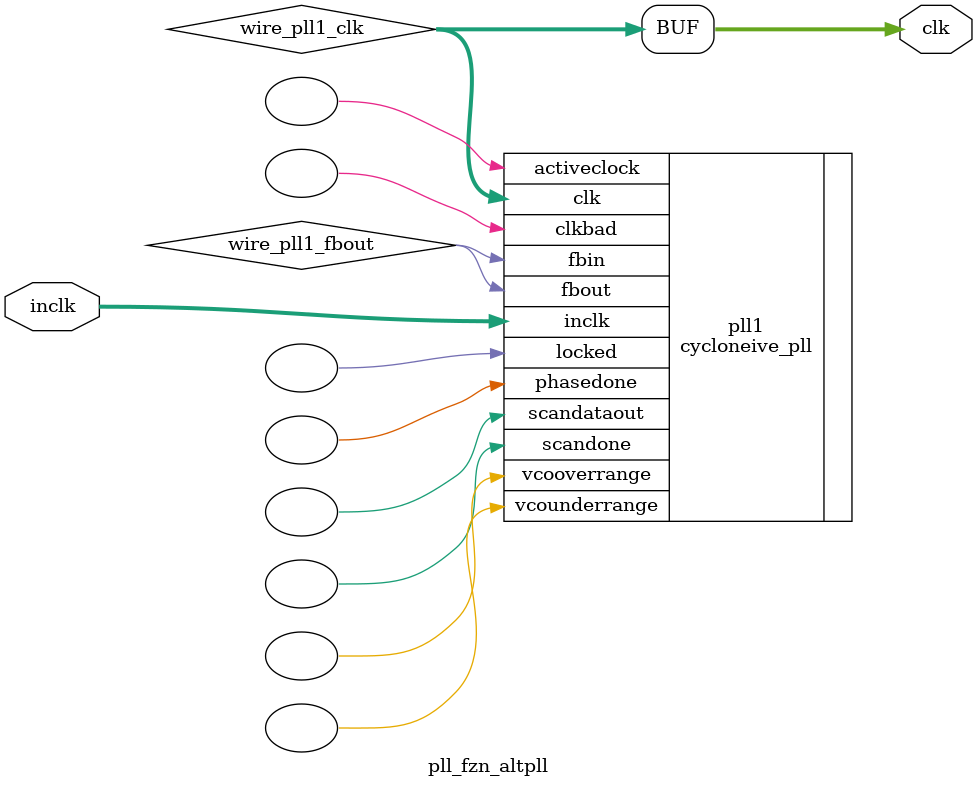
<source format=v>






//synthesis_resources = cycloneive_pll 1 
//synopsys translate_off
`timescale 1 ps / 1 ps
//synopsys translate_on
module  pll_fzn_altpll
	( 
	clk,
	inclk) /* synthesis synthesis_clearbox=1 */;
	output   [4:0]  clk;
	input   [1:0]  inclk;
`ifndef ALTERA_RESERVED_QIS
// synopsys translate_off
`endif
	tri0   [1:0]  inclk;
`ifndef ALTERA_RESERVED_QIS
// synopsys translate_on
`endif

	wire  [4:0]   wire_pll1_clk;
	wire  wire_pll1_fbout;

	cycloneive_pll   pll1
	( 
	.activeclock(),
	.clk(wire_pll1_clk),
	.clkbad(),
	.fbin(wire_pll1_fbout),
	.fbout(wire_pll1_fbout),
	.inclk(inclk),
	.locked(),
	.phasedone(),
	.scandataout(),
	.scandone(),
	.vcooverrange(),
	.vcounderrange()
	`ifndef FORMAL_VERIFICATION
	// synopsys translate_off
	`endif
	,
	.areset(1'b0),
	.clkswitch(1'b0),
	.configupdate(1'b0),
	.pfdena(1'b1),
	.phasecounterselect({3{1'b0}}),
	.phasestep(1'b0),
	.phaseupdown(1'b0),
	.scanclk(1'b0),
	.scanclkena(1'b1),
	.scandata(1'b0)
	`ifndef FORMAL_VERIFICATION
	// synopsys translate_on
	`endif
	);
	defparam
		pll1.bandwidth_type = "auto",
		pll1.clk0_divide_by = 1,
		pll1.clk0_duty_cycle = 50,
		pll1.clk0_multiply_by = 1,
		pll1.clk0_phase_shift = "0",
		pll1.clk1_divide_by = 2,
		pll1.clk1_duty_cycle = 50,
		pll1.clk1_multiply_by = 1,
		pll1.clk1_phase_shift = "0",
		pll1.compensate_clock = "clk0",
		pll1.inclk0_input_frequency = 20000,
		pll1.operation_mode = "normal",
		pll1.pll_type = "auto",
		pll1.lpm_type = "cycloneive_pll";
	assign
		clk = {wire_pll1_clk[4:0]};
endmodule //pll_fzn_altpll
//VALID FILE

</source>
